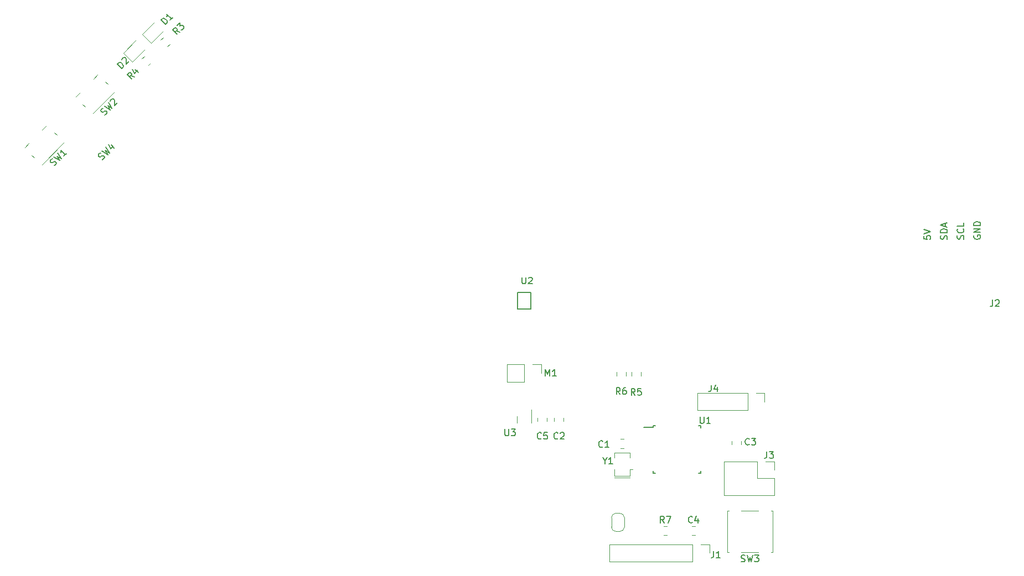
<source format=gbr>
G04 #@! TF.GenerationSoftware,KiCad,Pcbnew,(5.1.5-0-10_14)*
G04 #@! TF.CreationDate,2020-02-02T15:59:47-05:00*
G04 #@! TF.ProjectId,mobo,6d6f626f-2e6b-4696-9361-645f70636258,rev?*
G04 #@! TF.SameCoordinates,Original*
G04 #@! TF.FileFunction,Legend,Top*
G04 #@! TF.FilePolarity,Positive*
%FSLAX46Y46*%
G04 Gerber Fmt 4.6, Leading zero omitted, Abs format (unit mm)*
G04 Created by KiCad (PCBNEW (5.1.5-0-10_14)) date 2020-02-02 15:59:47*
%MOMM*%
%LPD*%
G04 APERTURE LIST*
%ADD10C,0.200000*%
%ADD11C,0.120000*%
%ADD12C,0.150000*%
G04 APERTURE END LIST*
D10*
X190889000Y-114045904D02*
X190841380Y-114141142D01*
X190841380Y-114284000D01*
X190889000Y-114426857D01*
X190984238Y-114522095D01*
X191079476Y-114569714D01*
X191269952Y-114617333D01*
X191412809Y-114617333D01*
X191603285Y-114569714D01*
X191698523Y-114522095D01*
X191793761Y-114426857D01*
X191841380Y-114284000D01*
X191841380Y-114188761D01*
X191793761Y-114045904D01*
X191746142Y-113998285D01*
X191412809Y-113998285D01*
X191412809Y-114188761D01*
X191841380Y-113569714D02*
X190841380Y-113569714D01*
X191841380Y-112998285D01*
X190841380Y-112998285D01*
X191841380Y-112522095D02*
X190841380Y-112522095D01*
X190841380Y-112284000D01*
X190889000Y-112141142D01*
X190984238Y-112045904D01*
X191079476Y-111998285D01*
X191269952Y-111950666D01*
X191412809Y-111950666D01*
X191603285Y-111998285D01*
X191698523Y-112045904D01*
X191793761Y-112141142D01*
X191841380Y-112284000D01*
X191841380Y-112522095D01*
X189253761Y-114601476D02*
X189301380Y-114458619D01*
X189301380Y-114220523D01*
X189253761Y-114125285D01*
X189206142Y-114077666D01*
X189110904Y-114030047D01*
X189015666Y-114030047D01*
X188920428Y-114077666D01*
X188872809Y-114125285D01*
X188825190Y-114220523D01*
X188777571Y-114411000D01*
X188729952Y-114506238D01*
X188682333Y-114553857D01*
X188587095Y-114601476D01*
X188491857Y-114601476D01*
X188396619Y-114553857D01*
X188349000Y-114506238D01*
X188301380Y-114411000D01*
X188301380Y-114172904D01*
X188349000Y-114030047D01*
X189206142Y-113030047D02*
X189253761Y-113077666D01*
X189301380Y-113220523D01*
X189301380Y-113315761D01*
X189253761Y-113458619D01*
X189158523Y-113553857D01*
X189063285Y-113601476D01*
X188872809Y-113649095D01*
X188729952Y-113649095D01*
X188539476Y-113601476D01*
X188444238Y-113553857D01*
X188349000Y-113458619D01*
X188301380Y-113315761D01*
X188301380Y-113220523D01*
X188349000Y-113077666D01*
X188396619Y-113030047D01*
X189301380Y-112125285D02*
X189301380Y-112601476D01*
X188301380Y-112601476D01*
X186713761Y-114625285D02*
X186761380Y-114482428D01*
X186761380Y-114244333D01*
X186713761Y-114149095D01*
X186666142Y-114101476D01*
X186570904Y-114053857D01*
X186475666Y-114053857D01*
X186380428Y-114101476D01*
X186332809Y-114149095D01*
X186285190Y-114244333D01*
X186237571Y-114434809D01*
X186189952Y-114530047D01*
X186142333Y-114577666D01*
X186047095Y-114625285D01*
X185951857Y-114625285D01*
X185856619Y-114577666D01*
X185809000Y-114530047D01*
X185761380Y-114434809D01*
X185761380Y-114196714D01*
X185809000Y-114053857D01*
X186761380Y-113625285D02*
X185761380Y-113625285D01*
X185761380Y-113387190D01*
X185809000Y-113244333D01*
X185904238Y-113149095D01*
X185999476Y-113101476D01*
X186189952Y-113053857D01*
X186332809Y-113053857D01*
X186523285Y-113101476D01*
X186618523Y-113149095D01*
X186713761Y-113244333D01*
X186761380Y-113387190D01*
X186761380Y-113625285D01*
X186475666Y-112672904D02*
X186475666Y-112196714D01*
X186761380Y-112768142D02*
X185761380Y-112434809D01*
X186761380Y-112101476D01*
X183221380Y-114109476D02*
X183221380Y-114585666D01*
X183697571Y-114633285D01*
X183649952Y-114585666D01*
X183602333Y-114490428D01*
X183602333Y-114252333D01*
X183649952Y-114157095D01*
X183697571Y-114109476D01*
X183792809Y-114061857D01*
X184030904Y-114061857D01*
X184126142Y-114109476D01*
X184173761Y-114157095D01*
X184221380Y-114252333D01*
X184221380Y-114490428D01*
X184173761Y-114585666D01*
X184126142Y-114633285D01*
X183221380Y-113776142D02*
X184221380Y-113442809D01*
X183221380Y-113109476D01*
D11*
X153790000Y-146054578D02*
X153790000Y-145537422D01*
X155210000Y-146054578D02*
X155210000Y-145537422D01*
X48994553Y-97233152D02*
X48340480Y-97887225D01*
X51610848Y-99849447D02*
X48287447Y-103172848D01*
X47103043Y-102129866D02*
X46714134Y-101740957D01*
X50567866Y-98665043D02*
X50178957Y-98276134D01*
X46325225Y-99902480D02*
X45671152Y-100556553D01*
X159791000Y-156235000D02*
X160041000Y-156235000D01*
X160041000Y-156235000D02*
X160041000Y-162535000D01*
X160041000Y-162535000D02*
X159791000Y-162535000D01*
X155291000Y-156235000D02*
X157891000Y-156235000D01*
X153391000Y-162535000D02*
X153141000Y-162535000D01*
X153141000Y-162535000D02*
X153141000Y-156235000D01*
X153141000Y-156235000D02*
X153391000Y-156235000D01*
X157891000Y-162535000D02*
X155291000Y-162535000D01*
X137291578Y-145213000D02*
X136774422Y-145213000D01*
X137291578Y-146633000D02*
X136774422Y-146633000D01*
X147696422Y-159968000D02*
X148213578Y-159968000D01*
X147696422Y-158548000D02*
X148213578Y-158548000D01*
X65509484Y-81367271D02*
X63610903Y-83265852D01*
X63610903Y-83265852D02*
X64968548Y-84623497D01*
X64968548Y-84623497D02*
X66867129Y-82724916D01*
X62123748Y-87442897D02*
X64022329Y-85544316D01*
X60766103Y-86085252D02*
X62123748Y-87442897D01*
X62664684Y-84186671D02*
X60766103Y-86085252D01*
X152594000Y-148657000D02*
X152594000Y-153857000D01*
X157734000Y-148657000D02*
X152594000Y-148657000D01*
X160334000Y-153857000D02*
X152594000Y-153857000D01*
X157734000Y-148657000D02*
X157734000Y-151257000D01*
X157734000Y-151257000D02*
X160334000Y-151257000D01*
X160334000Y-151257000D02*
X160334000Y-153857000D01*
X159004000Y-148657000D02*
X160334000Y-148657000D01*
X160334000Y-148657000D02*
X160334000Y-149987000D01*
X66470821Y-84086887D02*
X66840287Y-83717421D01*
X67474913Y-85090979D02*
X67844379Y-84721513D01*
X64579313Y-87961179D02*
X64948779Y-87591713D01*
X63575221Y-86957087D02*
X63944687Y-86587621D01*
X138482000Y-135516252D02*
X138482000Y-134993748D01*
X139902000Y-135516252D02*
X139902000Y-134993748D01*
X136196000Y-135516252D02*
X136196000Y-134993748D01*
X137616000Y-135516252D02*
X137616000Y-134993748D01*
X143898252Y-159968000D02*
X143375748Y-159968000D01*
X143898252Y-158548000D02*
X143375748Y-158548000D01*
D12*
X141790000Y-143187000D02*
X141790000Y-143412000D01*
X149040000Y-143187000D02*
X149040000Y-143512000D01*
X149040000Y-150437000D02*
X149040000Y-150112000D01*
X141790000Y-150437000D02*
X141790000Y-150112000D01*
X141790000Y-143187000D02*
X142115000Y-143187000D01*
X141790000Y-150437000D02*
X142115000Y-150437000D01*
X149040000Y-150437000D02*
X148715000Y-150437000D01*
X149040000Y-143187000D02*
X148715000Y-143187000D01*
X141790000Y-143412000D02*
X140365000Y-143412000D01*
X123063000Y-122772800D02*
X121063000Y-122772800D01*
X121063000Y-122772800D02*
X121063000Y-125272800D01*
X121063000Y-125272800D02*
X123063000Y-125272800D01*
X123063000Y-125272800D02*
X123063000Y-122772800D01*
D11*
X138233000Y-147298000D02*
X138233000Y-148098000D01*
X135833000Y-147298000D02*
X137833000Y-147298000D01*
X135833000Y-148098000D02*
X135833000Y-147298000D01*
X135833000Y-150898000D02*
X135833000Y-149898000D01*
X137833000Y-150898000D02*
X135833000Y-150898000D01*
X138233000Y-149898000D02*
X138233000Y-150898000D01*
X138233000Y-149898000D02*
X138633000Y-149898000D01*
X135833000Y-151098000D02*
X137833000Y-151098000D01*
X137833000Y-147298000D02*
X138233000Y-147298000D01*
X137833000Y-150898000D02*
X138233000Y-150898000D01*
X137833000Y-151098000D02*
X138233000Y-151098000D01*
X135068000Y-161357000D02*
X135068000Y-164017000D01*
X147828000Y-161357000D02*
X135068000Y-161357000D01*
X147828000Y-164017000D02*
X135068000Y-164017000D01*
X147828000Y-161357000D02*
X147828000Y-164017000D01*
X149098000Y-161357000D02*
X150428000Y-161357000D01*
X150428000Y-161357000D02*
X150428000Y-162687000D01*
X54148425Y-92104680D02*
X53494352Y-92758753D01*
X58391066Y-90867243D02*
X58002157Y-90478334D01*
X54926243Y-94332066D02*
X54537334Y-93943157D01*
X59434048Y-92051647D02*
X56110647Y-95375048D01*
X56817753Y-89435352D02*
X56163680Y-90089425D01*
X126671000Y-142498578D02*
X126671000Y-141981422D01*
X128091000Y-142498578D02*
X128091000Y-141981422D01*
X124131000Y-141981422D02*
X124131000Y-142498578D01*
X125551000Y-141981422D02*
X125551000Y-142498578D01*
X135398000Y-157288000D02*
G75*
G02X136098000Y-156588000I700000J0D01*
G01*
X136698000Y-156588000D02*
G75*
G02X137398000Y-157288000I0J-700000D01*
G01*
X137398000Y-158688000D02*
G75*
G02X136698000Y-159388000I-700000J0D01*
G01*
X136098000Y-159388000D02*
G75*
G02X135398000Y-158688000I0J700000D01*
G01*
X136698000Y-159388000D02*
X136098000Y-159388000D01*
X137398000Y-157288000D02*
X137398000Y-158688000D01*
X136098000Y-156588000D02*
X136698000Y-156588000D01*
X135398000Y-158688000D02*
X135398000Y-157288000D01*
X119447000Y-133798000D02*
X119447000Y-136458000D01*
X122047000Y-133798000D02*
X119447000Y-133798000D01*
X122047000Y-136458000D02*
X119447000Y-136458000D01*
X122047000Y-133798000D02*
X122047000Y-136458000D01*
X123317000Y-133798000D02*
X124647000Y-133798000D01*
X124647000Y-133798000D02*
X124647000Y-135128000D01*
X120927000Y-142740000D02*
X120927000Y-141740000D01*
X123167000Y-140740000D02*
X123167000Y-142740000D01*
X148550000Y-138170000D02*
X148550000Y-140830000D01*
X156230000Y-138170000D02*
X148550000Y-138170000D01*
X156230000Y-140830000D02*
X148550000Y-140830000D01*
X156230000Y-138170000D02*
X156230000Y-140830000D01*
X157500000Y-138170000D02*
X158830000Y-138170000D01*
X158830000Y-138170000D02*
X158830000Y-139500000D01*
D12*
X156492333Y-146026142D02*
X156444714Y-146073761D01*
X156301857Y-146121380D01*
X156206619Y-146121380D01*
X156063761Y-146073761D01*
X155968523Y-145978523D01*
X155920904Y-145883285D01*
X155873285Y-145692809D01*
X155873285Y-145549952D01*
X155920904Y-145359476D01*
X155968523Y-145264238D01*
X156063761Y-145169000D01*
X156206619Y-145121380D01*
X156301857Y-145121380D01*
X156444714Y-145169000D01*
X156492333Y-145216619D01*
X156825666Y-145121380D02*
X157444714Y-145121380D01*
X157111380Y-145502333D01*
X157254238Y-145502333D01*
X157349476Y-145549952D01*
X157397095Y-145597571D01*
X157444714Y-145692809D01*
X157444714Y-145930904D01*
X157397095Y-146026142D01*
X157349476Y-146073761D01*
X157254238Y-146121380D01*
X156968523Y-146121380D01*
X156873285Y-146073761D01*
X156825666Y-146026142D01*
X50143400Y-103337018D02*
X50278087Y-103269675D01*
X50446446Y-103101316D01*
X50480118Y-103000301D01*
X50480118Y-102932957D01*
X50446446Y-102831942D01*
X50379103Y-102764599D01*
X50278087Y-102730927D01*
X50210744Y-102730927D01*
X50109729Y-102764599D01*
X49941370Y-102865614D01*
X49840355Y-102899286D01*
X49773011Y-102899286D01*
X49671996Y-102865614D01*
X49604652Y-102798270D01*
X49570981Y-102697255D01*
X49570981Y-102629912D01*
X49604652Y-102528896D01*
X49773011Y-102360538D01*
X49907698Y-102293194D01*
X50109729Y-102023820D02*
X50985194Y-102562568D01*
X50614805Y-101922805D01*
X51254568Y-102293194D01*
X50715820Y-101417729D01*
X52062690Y-101485072D02*
X51658629Y-101889133D01*
X51860660Y-101687103D02*
X51153553Y-100979996D01*
X51187225Y-101148355D01*
X51187225Y-101283042D01*
X51153553Y-101384057D01*
X155257666Y-163980761D02*
X155400523Y-164028380D01*
X155638619Y-164028380D01*
X155733857Y-163980761D01*
X155781476Y-163933142D01*
X155829095Y-163837904D01*
X155829095Y-163742666D01*
X155781476Y-163647428D01*
X155733857Y-163599809D01*
X155638619Y-163552190D01*
X155448142Y-163504571D01*
X155352904Y-163456952D01*
X155305285Y-163409333D01*
X155257666Y-163314095D01*
X155257666Y-163218857D01*
X155305285Y-163123619D01*
X155352904Y-163076000D01*
X155448142Y-163028380D01*
X155686238Y-163028380D01*
X155829095Y-163076000D01*
X156162428Y-163028380D02*
X156400523Y-164028380D01*
X156591000Y-163314095D01*
X156781476Y-164028380D01*
X157019571Y-163028380D01*
X157305285Y-163028380D02*
X157924333Y-163028380D01*
X157591000Y-163409333D01*
X157733857Y-163409333D01*
X157829095Y-163456952D01*
X157876714Y-163504571D01*
X157924333Y-163599809D01*
X157924333Y-163837904D01*
X157876714Y-163933142D01*
X157829095Y-163980761D01*
X157733857Y-164028380D01*
X157448142Y-164028380D01*
X157352904Y-163980761D01*
X157305285Y-163933142D01*
X134072333Y-146407142D02*
X134024714Y-146454761D01*
X133881857Y-146502380D01*
X133786619Y-146502380D01*
X133643761Y-146454761D01*
X133548523Y-146359523D01*
X133500904Y-146264285D01*
X133453285Y-146073809D01*
X133453285Y-145930952D01*
X133500904Y-145740476D01*
X133548523Y-145645238D01*
X133643761Y-145550000D01*
X133786619Y-145502380D01*
X133881857Y-145502380D01*
X134024714Y-145550000D01*
X134072333Y-145597619D01*
X135024714Y-146502380D02*
X134453285Y-146502380D01*
X134739000Y-146502380D02*
X134739000Y-145502380D01*
X134643761Y-145645238D01*
X134548523Y-145740476D01*
X134453285Y-145788095D01*
X147788333Y-157965142D02*
X147740714Y-158012761D01*
X147597857Y-158060380D01*
X147502619Y-158060380D01*
X147359761Y-158012761D01*
X147264523Y-157917523D01*
X147216904Y-157822285D01*
X147169285Y-157631809D01*
X147169285Y-157488952D01*
X147216904Y-157298476D01*
X147264523Y-157203238D01*
X147359761Y-157108000D01*
X147502619Y-157060380D01*
X147597857Y-157060380D01*
X147740714Y-157108000D01*
X147788333Y-157155619D01*
X148645476Y-157393714D02*
X148645476Y-158060380D01*
X148407380Y-157012761D02*
X148169285Y-157727047D01*
X148788333Y-157727047D01*
X67234969Y-81740793D02*
X66527862Y-81033687D01*
X66696221Y-80865328D01*
X66830908Y-80797984D01*
X66965595Y-80797984D01*
X67066610Y-80831656D01*
X67234969Y-80932671D01*
X67335984Y-81033687D01*
X67437000Y-81202045D01*
X67470671Y-81303061D01*
X67470671Y-81437748D01*
X67403328Y-81572435D01*
X67234969Y-81740793D01*
X68312465Y-80663297D02*
X67908404Y-81067358D01*
X68110435Y-80865328D02*
X67403328Y-80158221D01*
X67437000Y-80326580D01*
X67437000Y-80461267D01*
X67403328Y-80562282D01*
X60503970Y-88471793D02*
X59796863Y-87764687D01*
X59965222Y-87596328D01*
X60099909Y-87528984D01*
X60234596Y-87528984D01*
X60335611Y-87562656D01*
X60503970Y-87663671D01*
X60604985Y-87764687D01*
X60706001Y-87933045D01*
X60739672Y-88034061D01*
X60739672Y-88168748D01*
X60672329Y-88303435D01*
X60503970Y-88471793D01*
X60537642Y-87158595D02*
X60537642Y-87091251D01*
X60571313Y-86990236D01*
X60739672Y-86821877D01*
X60840688Y-86788206D01*
X60908031Y-86788206D01*
X61009046Y-86821877D01*
X61076390Y-86889221D01*
X61143733Y-87023908D01*
X61143733Y-87832030D01*
X61581466Y-87394297D01*
X159178666Y-147153380D02*
X159178666Y-147867666D01*
X159131047Y-148010523D01*
X159035809Y-148105761D01*
X158892952Y-148153380D01*
X158797714Y-148153380D01*
X159559619Y-147153380D02*
X160178666Y-147153380D01*
X159845333Y-147534333D01*
X159988190Y-147534333D01*
X160083428Y-147581952D01*
X160131047Y-147629571D01*
X160178666Y-147724809D01*
X160178666Y-147962904D01*
X160131047Y-148058142D01*
X160083428Y-148105761D01*
X159988190Y-148153380D01*
X159702476Y-148153380D01*
X159607238Y-148105761D01*
X159559619Y-148058142D01*
X69417030Y-82860733D02*
X68844610Y-82759718D01*
X69012969Y-83264794D02*
X68305862Y-82557688D01*
X68575236Y-82288313D01*
X68676251Y-82254642D01*
X68743595Y-82254642D01*
X68844610Y-82288313D01*
X68945625Y-82389329D01*
X68979297Y-82490344D01*
X68979297Y-82557688D01*
X68945625Y-82658703D01*
X68676251Y-82928077D01*
X68945625Y-81917924D02*
X69383358Y-81480191D01*
X69417030Y-81985268D01*
X69518045Y-81884252D01*
X69619061Y-81850581D01*
X69686404Y-81850581D01*
X69787419Y-81884252D01*
X69955778Y-82052611D01*
X69989450Y-82153626D01*
X69989450Y-82220970D01*
X69955778Y-82321985D01*
X69753748Y-82524016D01*
X69652732Y-82557688D01*
X69585389Y-82557688D01*
X62432030Y-89718731D02*
X61859610Y-89617716D01*
X62027969Y-90122792D02*
X61320862Y-89415686D01*
X61590236Y-89146311D01*
X61691251Y-89112640D01*
X61758595Y-89112640D01*
X61859610Y-89146311D01*
X61960625Y-89247327D01*
X61994297Y-89348342D01*
X61994297Y-89415686D01*
X61960625Y-89516701D01*
X61691251Y-89786075D01*
X62566717Y-88641235D02*
X63038122Y-89112640D01*
X62128984Y-88540220D02*
X62465702Y-89213655D01*
X62903435Y-88775922D01*
X139025333Y-138501380D02*
X138692000Y-138025190D01*
X138453904Y-138501380D02*
X138453904Y-137501380D01*
X138834857Y-137501380D01*
X138930095Y-137549000D01*
X138977714Y-137596619D01*
X139025333Y-137691857D01*
X139025333Y-137834714D01*
X138977714Y-137929952D01*
X138930095Y-137977571D01*
X138834857Y-138025190D01*
X138453904Y-138025190D01*
X139930095Y-137501380D02*
X139453904Y-137501380D01*
X139406285Y-137977571D01*
X139453904Y-137929952D01*
X139549142Y-137882333D01*
X139787238Y-137882333D01*
X139882476Y-137929952D01*
X139930095Y-137977571D01*
X139977714Y-138072809D01*
X139977714Y-138310904D01*
X139930095Y-138406142D01*
X139882476Y-138453761D01*
X139787238Y-138501380D01*
X139549142Y-138501380D01*
X139453904Y-138453761D01*
X139406285Y-138406142D01*
X136739333Y-138374380D02*
X136406000Y-137898190D01*
X136167904Y-138374380D02*
X136167904Y-137374380D01*
X136548857Y-137374380D01*
X136644095Y-137422000D01*
X136691714Y-137469619D01*
X136739333Y-137564857D01*
X136739333Y-137707714D01*
X136691714Y-137802952D01*
X136644095Y-137850571D01*
X136548857Y-137898190D01*
X136167904Y-137898190D01*
X137596476Y-137374380D02*
X137406000Y-137374380D01*
X137310761Y-137422000D01*
X137263142Y-137469619D01*
X137167904Y-137612476D01*
X137120285Y-137802952D01*
X137120285Y-138183904D01*
X137167904Y-138279142D01*
X137215523Y-138326761D01*
X137310761Y-138374380D01*
X137501238Y-138374380D01*
X137596476Y-138326761D01*
X137644095Y-138279142D01*
X137691714Y-138183904D01*
X137691714Y-137945809D01*
X137644095Y-137850571D01*
X137596476Y-137802952D01*
X137501238Y-137755333D01*
X137310761Y-137755333D01*
X137215523Y-137802952D01*
X137167904Y-137850571D01*
X137120285Y-137945809D01*
X143470333Y-158059380D02*
X143137000Y-157583190D01*
X142898904Y-158059380D02*
X142898904Y-157059380D01*
X143279857Y-157059380D01*
X143375095Y-157107000D01*
X143422714Y-157154619D01*
X143470333Y-157249857D01*
X143470333Y-157392714D01*
X143422714Y-157487952D01*
X143375095Y-157535571D01*
X143279857Y-157583190D01*
X142898904Y-157583190D01*
X143803666Y-157059380D02*
X144470333Y-157059380D01*
X144041761Y-158059380D01*
X148971095Y-141819380D02*
X148971095Y-142628904D01*
X149018714Y-142724142D01*
X149066333Y-142771761D01*
X149161571Y-142819380D01*
X149352047Y-142819380D01*
X149447285Y-142771761D01*
X149494904Y-142724142D01*
X149542523Y-142628904D01*
X149542523Y-141819380D01*
X150542523Y-142819380D02*
X149971095Y-142819380D01*
X150256809Y-142819380D02*
X150256809Y-141819380D01*
X150161571Y-141962238D01*
X150066333Y-142057476D01*
X149971095Y-142105095D01*
X121738095Y-120452380D02*
X121738095Y-121261904D01*
X121785714Y-121357142D01*
X121833333Y-121404761D01*
X121928571Y-121452380D01*
X122119047Y-121452380D01*
X122214285Y-121404761D01*
X122261904Y-121357142D01*
X122309523Y-121261904D01*
X122309523Y-120452380D01*
X122738095Y-120547619D02*
X122785714Y-120500000D01*
X122880952Y-120452380D01*
X123119047Y-120452380D01*
X123214285Y-120500000D01*
X123261904Y-120547619D01*
X123309523Y-120642857D01*
X123309523Y-120738095D01*
X123261904Y-120880952D01*
X122690476Y-121452380D01*
X123309523Y-121452380D01*
X134397809Y-148566190D02*
X134397809Y-149042380D01*
X134064476Y-148042380D02*
X134397809Y-148566190D01*
X134731142Y-148042380D01*
X135588285Y-149042380D02*
X135016857Y-149042380D01*
X135302571Y-149042380D02*
X135302571Y-148042380D01*
X135207333Y-148185238D01*
X135112095Y-148280476D01*
X135016857Y-148328095D01*
X193722666Y-123912380D02*
X193722666Y-124626666D01*
X193675047Y-124769523D01*
X193579809Y-124864761D01*
X193436952Y-124912380D01*
X193341714Y-124912380D01*
X194151238Y-124007619D02*
X194198857Y-123960000D01*
X194294095Y-123912380D01*
X194532190Y-123912380D01*
X194627428Y-123960000D01*
X194675047Y-124007619D01*
X194722666Y-124102857D01*
X194722666Y-124198095D01*
X194675047Y-124340952D01*
X194103619Y-124912380D01*
X194722666Y-124912380D01*
X151050666Y-162393380D02*
X151050666Y-163107666D01*
X151003047Y-163250523D01*
X150907809Y-163345761D01*
X150764952Y-163393380D01*
X150669714Y-163393380D01*
X152050666Y-163393380D02*
X151479238Y-163393380D01*
X151764952Y-163393380D02*
X151764952Y-162393380D01*
X151669714Y-162536238D01*
X151574476Y-162631476D01*
X151479238Y-162679095D01*
X57890400Y-95590017D02*
X58025087Y-95522674D01*
X58193446Y-95354315D01*
X58227118Y-95253300D01*
X58227118Y-95185956D01*
X58193446Y-95084941D01*
X58126103Y-95017598D01*
X58025087Y-94983926D01*
X57957744Y-94983926D01*
X57856729Y-95017598D01*
X57688370Y-95118613D01*
X57587355Y-95152285D01*
X57520011Y-95152285D01*
X57418996Y-95118613D01*
X57351652Y-95051269D01*
X57317981Y-94950254D01*
X57317981Y-94882911D01*
X57351652Y-94781895D01*
X57520011Y-94613537D01*
X57654698Y-94546193D01*
X57856729Y-94276819D02*
X58732194Y-94815567D01*
X58361805Y-94175804D01*
X59001568Y-94546193D01*
X58462820Y-93670728D01*
X58765866Y-93502369D02*
X58765866Y-93435025D01*
X58799538Y-93334010D01*
X58967896Y-93165651D01*
X59068912Y-93131980D01*
X59136255Y-93131980D01*
X59237270Y-93165651D01*
X59304614Y-93232995D01*
X59371957Y-93367682D01*
X59371957Y-94175804D01*
X59809690Y-93738071D01*
X57509400Y-102448018D02*
X57644087Y-102380675D01*
X57812446Y-102212316D01*
X57846118Y-102111301D01*
X57846118Y-102043957D01*
X57812446Y-101942942D01*
X57745103Y-101875599D01*
X57644087Y-101841927D01*
X57576744Y-101841927D01*
X57475729Y-101875599D01*
X57307370Y-101976614D01*
X57206355Y-102010286D01*
X57139011Y-102010286D01*
X57037996Y-101976614D01*
X56970652Y-101909270D01*
X56936981Y-101808255D01*
X56936981Y-101740912D01*
X56970652Y-101639896D01*
X57139011Y-101471538D01*
X57273698Y-101404194D01*
X57475729Y-101134820D02*
X58351194Y-101673568D01*
X57980805Y-101033805D01*
X58620568Y-101404194D01*
X58081820Y-100528729D01*
X58889942Y-100192011D02*
X59361347Y-100663416D01*
X58452209Y-100090996D02*
X58788927Y-100764431D01*
X59226660Y-100326698D01*
X127214333Y-145137142D02*
X127166714Y-145184761D01*
X127023857Y-145232380D01*
X126928619Y-145232380D01*
X126785761Y-145184761D01*
X126690523Y-145089523D01*
X126642904Y-144994285D01*
X126595285Y-144803809D01*
X126595285Y-144660952D01*
X126642904Y-144470476D01*
X126690523Y-144375238D01*
X126785761Y-144280000D01*
X126928619Y-144232380D01*
X127023857Y-144232380D01*
X127166714Y-144280000D01*
X127214333Y-144327619D01*
X127595285Y-144327619D02*
X127642904Y-144280000D01*
X127738142Y-144232380D01*
X127976238Y-144232380D01*
X128071476Y-144280000D01*
X128119095Y-144327619D01*
X128166714Y-144422857D01*
X128166714Y-144518095D01*
X128119095Y-144660952D01*
X127547666Y-145232380D01*
X128166714Y-145232380D01*
X124674333Y-145137142D02*
X124626714Y-145184761D01*
X124483857Y-145232380D01*
X124388619Y-145232380D01*
X124245761Y-145184761D01*
X124150523Y-145089523D01*
X124102904Y-144994285D01*
X124055285Y-144803809D01*
X124055285Y-144660952D01*
X124102904Y-144470476D01*
X124150523Y-144375238D01*
X124245761Y-144280000D01*
X124388619Y-144232380D01*
X124483857Y-144232380D01*
X124626714Y-144280000D01*
X124674333Y-144327619D01*
X125579095Y-144232380D02*
X125102904Y-144232380D01*
X125055285Y-144708571D01*
X125102904Y-144660952D01*
X125198142Y-144613333D01*
X125436238Y-144613333D01*
X125531476Y-144660952D01*
X125579095Y-144708571D01*
X125626714Y-144803809D01*
X125626714Y-145041904D01*
X125579095Y-145137142D01*
X125531476Y-145184761D01*
X125436238Y-145232380D01*
X125198142Y-145232380D01*
X125102904Y-145184761D01*
X125055285Y-145137142D01*
X125301476Y-135580380D02*
X125301476Y-134580380D01*
X125634809Y-135294666D01*
X125968142Y-134580380D01*
X125968142Y-135580380D01*
X126968142Y-135580380D02*
X126396714Y-135580380D01*
X126682428Y-135580380D02*
X126682428Y-134580380D01*
X126587190Y-134723238D01*
X126491952Y-134818476D01*
X126396714Y-134866095D01*
X119126095Y-143724380D02*
X119126095Y-144533904D01*
X119173714Y-144629142D01*
X119221333Y-144676761D01*
X119316571Y-144724380D01*
X119507047Y-144724380D01*
X119602285Y-144676761D01*
X119649904Y-144629142D01*
X119697523Y-144533904D01*
X119697523Y-143724380D01*
X120078476Y-143724380D02*
X120697523Y-143724380D01*
X120364190Y-144105333D01*
X120507047Y-144105333D01*
X120602285Y-144152952D01*
X120649904Y-144200571D01*
X120697523Y-144295809D01*
X120697523Y-144533904D01*
X120649904Y-144629142D01*
X120602285Y-144676761D01*
X120507047Y-144724380D01*
X120221333Y-144724380D01*
X120126095Y-144676761D01*
X120078476Y-144629142D01*
X150666666Y-136952380D02*
X150666666Y-137666666D01*
X150619047Y-137809523D01*
X150523809Y-137904761D01*
X150380952Y-137952380D01*
X150285714Y-137952380D01*
X151571428Y-137285714D02*
X151571428Y-137952380D01*
X151333333Y-136904761D02*
X151095238Y-137619047D01*
X151714285Y-137619047D01*
M02*

</source>
